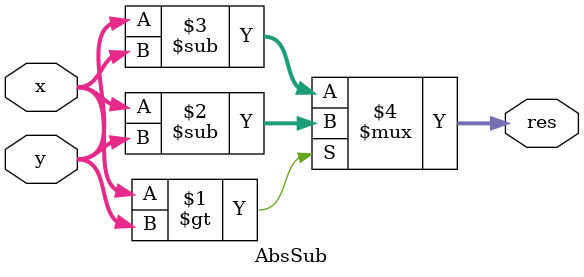
<source format=sv>
module AbsSub(input signed [7:0] x,y, output signed [7:0] res);
    assign res = (x > y) ? x - y : y - x;
endmodule
</source>
